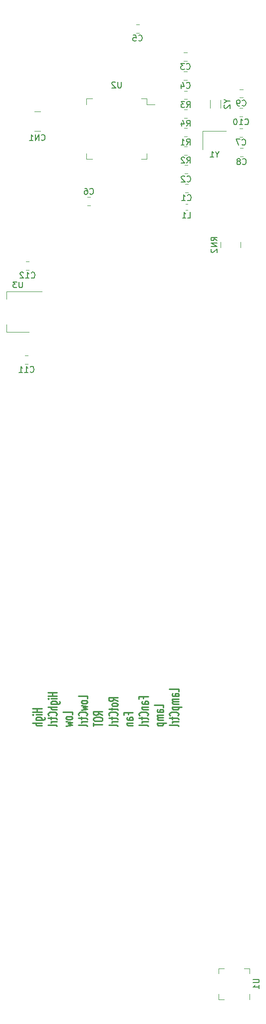
<source format=gbr>
G04 #@! TF.GenerationSoftware,KiCad,Pcbnew,5.1.5*
G04 #@! TF.CreationDate,2020-03-20T22:46:19-05:00*
G04 #@! TF.ProjectId,Reflow,5265666c-6f77-42e6-9b69-6361645f7063,rev?*
G04 #@! TF.SameCoordinates,Original*
G04 #@! TF.FileFunction,Legend,Bot*
G04 #@! TF.FilePolarity,Positive*
%FSLAX46Y46*%
G04 Gerber Fmt 4.6, Leading zero omitted, Abs format (unit mm)*
G04 Created by KiCad (PCBNEW 5.1.5) date 2020-03-20 22:46:19*
%MOMM*%
%LPD*%
G04 APERTURE LIST*
%ADD10C,0.250000*%
%ADD11C,0.120000*%
%ADD12C,0.150000*%
G04 APERTURE END LIST*
D10*
X182723690Y-182802261D02*
X181173690Y-182802261D01*
X181911785Y-182802261D02*
X181911785Y-183373690D01*
X182723690Y-183373690D02*
X181173690Y-183373690D01*
X182723690Y-183849880D02*
X181690357Y-183849880D01*
X181173690Y-183849880D02*
X181247500Y-183802261D01*
X181321309Y-183849880D01*
X181247500Y-183897500D01*
X181173690Y-183849880D01*
X181321309Y-183849880D01*
X181690357Y-184754642D02*
X182945119Y-184754642D01*
X183092738Y-184707023D01*
X183166547Y-184659404D01*
X183240357Y-184564166D01*
X183240357Y-184421309D01*
X183166547Y-184326071D01*
X182649880Y-184754642D02*
X182723690Y-184659404D01*
X182723690Y-184468928D01*
X182649880Y-184373690D01*
X182576071Y-184326071D01*
X182428452Y-184278452D01*
X181985595Y-184278452D01*
X181837976Y-184326071D01*
X181764166Y-184373690D01*
X181690357Y-184468928D01*
X181690357Y-184659404D01*
X181764166Y-184754642D01*
X182723690Y-185230833D02*
X181173690Y-185230833D01*
X182723690Y-185659404D02*
X181911785Y-185659404D01*
X181764166Y-185611785D01*
X181690357Y-185516547D01*
X181690357Y-185373690D01*
X181764166Y-185278452D01*
X181837976Y-185230833D01*
X185298690Y-180087976D02*
X183748690Y-180087976D01*
X184486785Y-180087976D02*
X184486785Y-180659404D01*
X185298690Y-180659404D02*
X183748690Y-180659404D01*
X185298690Y-181135595D02*
X184265357Y-181135595D01*
X183748690Y-181135595D02*
X183822500Y-181087976D01*
X183896309Y-181135595D01*
X183822500Y-181183214D01*
X183748690Y-181135595D01*
X183896309Y-181135595D01*
X184265357Y-182040357D02*
X185520119Y-182040357D01*
X185667738Y-181992738D01*
X185741547Y-181945119D01*
X185815357Y-181849880D01*
X185815357Y-181707023D01*
X185741547Y-181611785D01*
X185224880Y-182040357D02*
X185298690Y-181945119D01*
X185298690Y-181754642D01*
X185224880Y-181659404D01*
X185151071Y-181611785D01*
X185003452Y-181564166D01*
X184560595Y-181564166D01*
X184412976Y-181611785D01*
X184339166Y-181659404D01*
X184265357Y-181754642D01*
X184265357Y-181945119D01*
X184339166Y-182040357D01*
X185298690Y-182516547D02*
X183748690Y-182516547D01*
X185298690Y-182945119D02*
X184486785Y-182945119D01*
X184339166Y-182897500D01*
X184265357Y-182802261D01*
X184265357Y-182659404D01*
X184339166Y-182564166D01*
X184412976Y-182516547D01*
X185151071Y-183992738D02*
X185224880Y-183945119D01*
X185298690Y-183802261D01*
X185298690Y-183707023D01*
X185224880Y-183564166D01*
X185077261Y-183468928D01*
X184929642Y-183421309D01*
X184634404Y-183373690D01*
X184412976Y-183373690D01*
X184117738Y-183421309D01*
X183970119Y-183468928D01*
X183822500Y-183564166D01*
X183748690Y-183707023D01*
X183748690Y-183802261D01*
X183822500Y-183945119D01*
X183896309Y-183992738D01*
X184265357Y-184278452D02*
X184265357Y-184659404D01*
X183748690Y-184421309D02*
X185077261Y-184421309D01*
X185224880Y-184468928D01*
X185298690Y-184564166D01*
X185298690Y-184659404D01*
X185298690Y-184992738D02*
X184265357Y-184992738D01*
X184560595Y-184992738D02*
X184412976Y-185040357D01*
X184339166Y-185087976D01*
X184265357Y-185183214D01*
X184265357Y-185278452D01*
X185298690Y-185754642D02*
X185224880Y-185659404D01*
X185077261Y-185611785D01*
X183748690Y-185611785D01*
X187873690Y-183849880D02*
X187873690Y-183373690D01*
X186323690Y-183373690D01*
X187873690Y-184326071D02*
X187799880Y-184230833D01*
X187726071Y-184183214D01*
X187578452Y-184135595D01*
X187135595Y-184135595D01*
X186987976Y-184183214D01*
X186914166Y-184230833D01*
X186840357Y-184326071D01*
X186840357Y-184468928D01*
X186914166Y-184564166D01*
X186987976Y-184611785D01*
X187135595Y-184659404D01*
X187578452Y-184659404D01*
X187726071Y-184611785D01*
X187799880Y-184564166D01*
X187873690Y-184468928D01*
X187873690Y-184326071D01*
X186840357Y-184992738D02*
X187873690Y-185183214D01*
X187135595Y-185373690D01*
X187873690Y-185564166D01*
X186840357Y-185754642D01*
X190448690Y-181135595D02*
X190448690Y-180659404D01*
X188898690Y-180659404D01*
X190448690Y-181611785D02*
X190374880Y-181516547D01*
X190301071Y-181468928D01*
X190153452Y-181421309D01*
X189710595Y-181421309D01*
X189562976Y-181468928D01*
X189489166Y-181516547D01*
X189415357Y-181611785D01*
X189415357Y-181754642D01*
X189489166Y-181849880D01*
X189562976Y-181897500D01*
X189710595Y-181945119D01*
X190153452Y-181945119D01*
X190301071Y-181897500D01*
X190374880Y-181849880D01*
X190448690Y-181754642D01*
X190448690Y-181611785D01*
X189415357Y-182278452D02*
X190448690Y-182468928D01*
X189710595Y-182659404D01*
X190448690Y-182849880D01*
X189415357Y-183040357D01*
X190301071Y-183992738D02*
X190374880Y-183945119D01*
X190448690Y-183802261D01*
X190448690Y-183707023D01*
X190374880Y-183564166D01*
X190227261Y-183468928D01*
X190079642Y-183421309D01*
X189784404Y-183373690D01*
X189562976Y-183373690D01*
X189267738Y-183421309D01*
X189120119Y-183468928D01*
X188972500Y-183564166D01*
X188898690Y-183707023D01*
X188898690Y-183802261D01*
X188972500Y-183945119D01*
X189046309Y-183992738D01*
X189415357Y-184278452D02*
X189415357Y-184659404D01*
X188898690Y-184421309D02*
X190227261Y-184421309D01*
X190374880Y-184468928D01*
X190448690Y-184564166D01*
X190448690Y-184659404D01*
X190448690Y-184992738D02*
X189415357Y-184992738D01*
X189710595Y-184992738D02*
X189562976Y-185040357D01*
X189489166Y-185087976D01*
X189415357Y-185183214D01*
X189415357Y-185278452D01*
X190448690Y-185754642D02*
X190374880Y-185659404D01*
X190227261Y-185611785D01*
X188898690Y-185611785D01*
X193023690Y-183897500D02*
X192285595Y-183564166D01*
X193023690Y-183326071D02*
X191473690Y-183326071D01*
X191473690Y-183707023D01*
X191547500Y-183802261D01*
X191621309Y-183849880D01*
X191768928Y-183897500D01*
X191990357Y-183897500D01*
X192137976Y-183849880D01*
X192211785Y-183802261D01*
X192285595Y-183707023D01*
X192285595Y-183326071D01*
X191473690Y-184516547D02*
X191473690Y-184707023D01*
X191547500Y-184802261D01*
X191695119Y-184897500D01*
X191990357Y-184945119D01*
X192507023Y-184945119D01*
X192802261Y-184897500D01*
X192949880Y-184802261D01*
X193023690Y-184707023D01*
X193023690Y-184516547D01*
X192949880Y-184421309D01*
X192802261Y-184326071D01*
X192507023Y-184278452D01*
X191990357Y-184278452D01*
X191695119Y-184326071D01*
X191547500Y-184421309D01*
X191473690Y-184516547D01*
X191473690Y-185230833D02*
X191473690Y-185802261D01*
X193023690Y-185516547D02*
X191473690Y-185516547D01*
X195598690Y-181516547D02*
X194860595Y-181183214D01*
X195598690Y-180945119D02*
X194048690Y-180945119D01*
X194048690Y-181326071D01*
X194122500Y-181421309D01*
X194196309Y-181468928D01*
X194343928Y-181516547D01*
X194565357Y-181516547D01*
X194712976Y-181468928D01*
X194786785Y-181421309D01*
X194860595Y-181326071D01*
X194860595Y-180945119D01*
X195598690Y-182087976D02*
X195524880Y-181992738D01*
X195451071Y-181945119D01*
X195303452Y-181897500D01*
X194860595Y-181897500D01*
X194712976Y-181945119D01*
X194639166Y-181992738D01*
X194565357Y-182087976D01*
X194565357Y-182230833D01*
X194639166Y-182326071D01*
X194712976Y-182373690D01*
X194860595Y-182421309D01*
X195303452Y-182421309D01*
X195451071Y-182373690D01*
X195524880Y-182326071D01*
X195598690Y-182230833D01*
X195598690Y-182087976D01*
X194565357Y-182707023D02*
X194565357Y-183087976D01*
X194048690Y-182849880D02*
X195377261Y-182849880D01*
X195524880Y-182897500D01*
X195598690Y-182992738D01*
X195598690Y-183087976D01*
X195451071Y-183992738D02*
X195524880Y-183945119D01*
X195598690Y-183802261D01*
X195598690Y-183707023D01*
X195524880Y-183564166D01*
X195377261Y-183468928D01*
X195229642Y-183421309D01*
X194934404Y-183373690D01*
X194712976Y-183373690D01*
X194417738Y-183421309D01*
X194270119Y-183468928D01*
X194122500Y-183564166D01*
X194048690Y-183707023D01*
X194048690Y-183802261D01*
X194122500Y-183945119D01*
X194196309Y-183992738D01*
X194565357Y-184278452D02*
X194565357Y-184659404D01*
X194048690Y-184421309D02*
X195377261Y-184421309D01*
X195524880Y-184468928D01*
X195598690Y-184564166D01*
X195598690Y-184659404D01*
X195598690Y-184992738D02*
X194565357Y-184992738D01*
X194860595Y-184992738D02*
X194712976Y-185040357D01*
X194639166Y-185087976D01*
X194565357Y-185183214D01*
X194565357Y-185278452D01*
X195598690Y-185754642D02*
X195524880Y-185659404D01*
X195377261Y-185611785D01*
X194048690Y-185611785D01*
X197361785Y-183802261D02*
X197361785Y-183468928D01*
X198173690Y-183468928D02*
X196623690Y-183468928D01*
X196623690Y-183945119D01*
X198173690Y-184754642D02*
X197361785Y-184754642D01*
X197214166Y-184707023D01*
X197140357Y-184611785D01*
X197140357Y-184421309D01*
X197214166Y-184326071D01*
X198099880Y-184754642D02*
X198173690Y-184659404D01*
X198173690Y-184421309D01*
X198099880Y-184326071D01*
X197952261Y-184278452D01*
X197804642Y-184278452D01*
X197657023Y-184326071D01*
X197583214Y-184421309D01*
X197583214Y-184659404D01*
X197509404Y-184754642D01*
X197140357Y-185230833D02*
X198173690Y-185230833D01*
X197287976Y-185230833D02*
X197214166Y-185278452D01*
X197140357Y-185373690D01*
X197140357Y-185516547D01*
X197214166Y-185611785D01*
X197361785Y-185659404D01*
X198173690Y-185659404D01*
X199936785Y-181087976D02*
X199936785Y-180754642D01*
X200748690Y-180754642D02*
X199198690Y-180754642D01*
X199198690Y-181230833D01*
X200748690Y-182040357D02*
X199936785Y-182040357D01*
X199789166Y-181992738D01*
X199715357Y-181897500D01*
X199715357Y-181707023D01*
X199789166Y-181611785D01*
X200674880Y-182040357D02*
X200748690Y-181945119D01*
X200748690Y-181707023D01*
X200674880Y-181611785D01*
X200527261Y-181564166D01*
X200379642Y-181564166D01*
X200232023Y-181611785D01*
X200158214Y-181707023D01*
X200158214Y-181945119D01*
X200084404Y-182040357D01*
X199715357Y-182516547D02*
X200748690Y-182516547D01*
X199862976Y-182516547D02*
X199789166Y-182564166D01*
X199715357Y-182659404D01*
X199715357Y-182802261D01*
X199789166Y-182897500D01*
X199936785Y-182945119D01*
X200748690Y-182945119D01*
X200601071Y-183992738D02*
X200674880Y-183945119D01*
X200748690Y-183802261D01*
X200748690Y-183707023D01*
X200674880Y-183564166D01*
X200527261Y-183468928D01*
X200379642Y-183421309D01*
X200084404Y-183373690D01*
X199862976Y-183373690D01*
X199567738Y-183421309D01*
X199420119Y-183468928D01*
X199272500Y-183564166D01*
X199198690Y-183707023D01*
X199198690Y-183802261D01*
X199272500Y-183945119D01*
X199346309Y-183992738D01*
X199715357Y-184278452D02*
X199715357Y-184659404D01*
X199198690Y-184421309D02*
X200527261Y-184421309D01*
X200674880Y-184468928D01*
X200748690Y-184564166D01*
X200748690Y-184659404D01*
X200748690Y-184992738D02*
X199715357Y-184992738D01*
X200010595Y-184992738D02*
X199862976Y-185040357D01*
X199789166Y-185087976D01*
X199715357Y-185183214D01*
X199715357Y-185278452D01*
X200748690Y-185754642D02*
X200674880Y-185659404D01*
X200527261Y-185611785D01*
X199198690Y-185611785D01*
X203323690Y-182659404D02*
X203323690Y-182183214D01*
X201773690Y-182183214D01*
X203323690Y-183421309D02*
X202511785Y-183421309D01*
X202364166Y-183373690D01*
X202290357Y-183278452D01*
X202290357Y-183087976D01*
X202364166Y-182992738D01*
X203249880Y-183421309D02*
X203323690Y-183326071D01*
X203323690Y-183087976D01*
X203249880Y-182992738D01*
X203102261Y-182945119D01*
X202954642Y-182945119D01*
X202807023Y-182992738D01*
X202733214Y-183087976D01*
X202733214Y-183326071D01*
X202659404Y-183421309D01*
X203323690Y-183897500D02*
X202290357Y-183897500D01*
X202437976Y-183897500D02*
X202364166Y-183945119D01*
X202290357Y-184040357D01*
X202290357Y-184183214D01*
X202364166Y-184278452D01*
X202511785Y-184326071D01*
X203323690Y-184326071D01*
X202511785Y-184326071D02*
X202364166Y-184373690D01*
X202290357Y-184468928D01*
X202290357Y-184611785D01*
X202364166Y-184707023D01*
X202511785Y-184754642D01*
X203323690Y-184754642D01*
X202290357Y-185230833D02*
X203840357Y-185230833D01*
X202364166Y-185230833D02*
X202290357Y-185326071D01*
X202290357Y-185516547D01*
X202364166Y-185611785D01*
X202437976Y-185659404D01*
X202585595Y-185707023D01*
X203028452Y-185707023D01*
X203176071Y-185659404D01*
X203249880Y-185611785D01*
X203323690Y-185516547D01*
X203323690Y-185326071D01*
X203249880Y-185230833D01*
X205898690Y-179945119D02*
X205898690Y-179468928D01*
X204348690Y-179468928D01*
X205898690Y-180707023D02*
X205086785Y-180707023D01*
X204939166Y-180659404D01*
X204865357Y-180564166D01*
X204865357Y-180373690D01*
X204939166Y-180278452D01*
X205824880Y-180707023D02*
X205898690Y-180611785D01*
X205898690Y-180373690D01*
X205824880Y-180278452D01*
X205677261Y-180230833D01*
X205529642Y-180230833D01*
X205382023Y-180278452D01*
X205308214Y-180373690D01*
X205308214Y-180611785D01*
X205234404Y-180707023D01*
X205898690Y-181183214D02*
X204865357Y-181183214D01*
X205012976Y-181183214D02*
X204939166Y-181230833D01*
X204865357Y-181326071D01*
X204865357Y-181468928D01*
X204939166Y-181564166D01*
X205086785Y-181611785D01*
X205898690Y-181611785D01*
X205086785Y-181611785D02*
X204939166Y-181659404D01*
X204865357Y-181754642D01*
X204865357Y-181897500D01*
X204939166Y-181992738D01*
X205086785Y-182040357D01*
X205898690Y-182040357D01*
X204865357Y-182516547D02*
X206415357Y-182516547D01*
X204939166Y-182516547D02*
X204865357Y-182611785D01*
X204865357Y-182802261D01*
X204939166Y-182897500D01*
X205012976Y-182945119D01*
X205160595Y-182992738D01*
X205603452Y-182992738D01*
X205751071Y-182945119D01*
X205824880Y-182897500D01*
X205898690Y-182802261D01*
X205898690Y-182611785D01*
X205824880Y-182516547D01*
X205751071Y-183992738D02*
X205824880Y-183945119D01*
X205898690Y-183802261D01*
X205898690Y-183707023D01*
X205824880Y-183564166D01*
X205677261Y-183468928D01*
X205529642Y-183421309D01*
X205234404Y-183373690D01*
X205012976Y-183373690D01*
X204717738Y-183421309D01*
X204570119Y-183468928D01*
X204422500Y-183564166D01*
X204348690Y-183707023D01*
X204348690Y-183802261D01*
X204422500Y-183945119D01*
X204496309Y-183992738D01*
X204865357Y-184278452D02*
X204865357Y-184659404D01*
X204348690Y-184421309D02*
X205677261Y-184421309D01*
X205824880Y-184468928D01*
X205898690Y-184564166D01*
X205898690Y-184659404D01*
X205898690Y-184992738D02*
X204865357Y-184992738D01*
X205160595Y-184992738D02*
X205012976Y-185040357D01*
X204939166Y-185087976D01*
X204865357Y-185183214D01*
X204865357Y-185278452D01*
X205898690Y-185754642D02*
X205824880Y-185659404D01*
X205677261Y-185611785D01*
X204348690Y-185611785D01*
D11*
X207003922Y-95410000D02*
X207521078Y-95410000D01*
X207003922Y-93990000D02*
X207521078Y-93990000D01*
X206928922Y-92235000D02*
X207446078Y-92235000D01*
X206928922Y-90815000D02*
X207446078Y-90815000D01*
X206828922Y-71765000D02*
X207346078Y-71765000D01*
X206828922Y-73185000D02*
X207346078Y-73185000D01*
X206828922Y-74965000D02*
X207346078Y-74965000D01*
X206828922Y-76385000D02*
X207346078Y-76385000D01*
X198703922Y-66965000D02*
X199221078Y-66965000D01*
X198703922Y-68385000D02*
X199221078Y-68385000D01*
X190971078Y-97635000D02*
X190453922Y-97635000D01*
X190971078Y-96215000D02*
X190453922Y-96215000D01*
X216278922Y-86010000D02*
X216796078Y-86010000D01*
X216278922Y-84590000D02*
X216796078Y-84590000D01*
X216353922Y-89310000D02*
X216871078Y-89310000D01*
X216353922Y-87890000D02*
X216871078Y-87890000D01*
X216303922Y-79385000D02*
X216821078Y-79385000D01*
X216303922Y-77965000D02*
X216821078Y-77965000D01*
X216278922Y-81140000D02*
X216796078Y-81140000D01*
X216278922Y-82560000D02*
X216796078Y-82560000D01*
X179866422Y-124485000D02*
X180383578Y-124485000D01*
X179866422Y-123065000D02*
X180383578Y-123065000D01*
X180028922Y-107115000D02*
X180546078Y-107115000D01*
X180028922Y-108535000D02*
X180546078Y-108535000D01*
X182475000Y-85055000D02*
X181475000Y-85055000D01*
X182475000Y-81695000D02*
X181475000Y-81695000D01*
X207112221Y-98385000D02*
X207437779Y-98385000D01*
X207112221Y-97365000D02*
X207437779Y-97365000D01*
X206853922Y-84540000D02*
X207371078Y-84540000D01*
X206853922Y-85960000D02*
X207371078Y-85960000D01*
X206903922Y-89060000D02*
X207421078Y-89060000D01*
X206903922Y-87640000D02*
X207421078Y-87640000D01*
X206878922Y-79635000D02*
X207396078Y-79635000D01*
X206878922Y-78215000D02*
X207396078Y-78215000D01*
X206853922Y-81390000D02*
X207371078Y-81390000D01*
X206853922Y-82810000D02*
X207371078Y-82810000D01*
X213095000Y-104775000D02*
X213095000Y-103775000D01*
X216455000Y-104775000D02*
X216455000Y-103775000D01*
X217950000Y-227720000D02*
X217950000Y-226820000D01*
X217950000Y-226820000D02*
X217050000Y-226820000D01*
X212730000Y-231140000D02*
X212730000Y-232040000D01*
X212730000Y-232040000D02*
X213630000Y-232040000D01*
X212730000Y-227720000D02*
X212730000Y-226820000D01*
X212730000Y-226820000D02*
X213630000Y-226820000D01*
X217950000Y-231140000D02*
X217950000Y-232040000D01*
X191265000Y-89760000D02*
X190315000Y-89760000D01*
X190315000Y-89760000D02*
X190315000Y-88810000D01*
X199585000Y-89760000D02*
X200535000Y-89760000D01*
X200535000Y-89760000D02*
X200535000Y-88810000D01*
X191265000Y-79540000D02*
X190315000Y-79540000D01*
X190315000Y-79540000D02*
X190315000Y-80490000D01*
X199585000Y-79540000D02*
X200535000Y-79540000D01*
X200535000Y-79540000D02*
X200535000Y-80490000D01*
X200535000Y-80490000D02*
X201875000Y-80490000D01*
X176765000Y-119010000D02*
X176765000Y-117750000D01*
X176765000Y-112190000D02*
X176765000Y-113450000D01*
X180525000Y-119010000D02*
X176765000Y-119010000D01*
X182775000Y-112190000D02*
X176765000Y-112190000D01*
X210025000Y-88125000D02*
X210025000Y-84975000D01*
X210025000Y-84975000D02*
X214025000Y-84975000D01*
X211300000Y-81125000D02*
X211300000Y-79775000D01*
X213050000Y-81125000D02*
X213050000Y-79775000D01*
D12*
X207429166Y-96707142D02*
X207476785Y-96754761D01*
X207619642Y-96802380D01*
X207714880Y-96802380D01*
X207857738Y-96754761D01*
X207952976Y-96659523D01*
X208000595Y-96564285D01*
X208048214Y-96373809D01*
X208048214Y-96230952D01*
X208000595Y-96040476D01*
X207952976Y-95945238D01*
X207857738Y-95850000D01*
X207714880Y-95802380D01*
X207619642Y-95802380D01*
X207476785Y-95850000D01*
X207429166Y-95897619D01*
X206476785Y-96802380D02*
X207048214Y-96802380D01*
X206762500Y-96802380D02*
X206762500Y-95802380D01*
X206857738Y-95945238D01*
X206952976Y-96040476D01*
X207048214Y-96088095D01*
X207354166Y-93532142D02*
X207401785Y-93579761D01*
X207544642Y-93627380D01*
X207639880Y-93627380D01*
X207782738Y-93579761D01*
X207877976Y-93484523D01*
X207925595Y-93389285D01*
X207973214Y-93198809D01*
X207973214Y-93055952D01*
X207925595Y-92865476D01*
X207877976Y-92770238D01*
X207782738Y-92675000D01*
X207639880Y-92627380D01*
X207544642Y-92627380D01*
X207401785Y-92675000D01*
X207354166Y-92722619D01*
X206973214Y-92722619D02*
X206925595Y-92675000D01*
X206830357Y-92627380D01*
X206592261Y-92627380D01*
X206497023Y-92675000D01*
X206449404Y-92722619D01*
X206401785Y-92817857D01*
X206401785Y-92913095D01*
X206449404Y-93055952D01*
X207020833Y-93627380D01*
X206401785Y-93627380D01*
X207254166Y-74482142D02*
X207301785Y-74529761D01*
X207444642Y-74577380D01*
X207539880Y-74577380D01*
X207682738Y-74529761D01*
X207777976Y-74434523D01*
X207825595Y-74339285D01*
X207873214Y-74148809D01*
X207873214Y-74005952D01*
X207825595Y-73815476D01*
X207777976Y-73720238D01*
X207682738Y-73625000D01*
X207539880Y-73577380D01*
X207444642Y-73577380D01*
X207301785Y-73625000D01*
X207254166Y-73672619D01*
X206920833Y-73577380D02*
X206301785Y-73577380D01*
X206635119Y-73958333D01*
X206492261Y-73958333D01*
X206397023Y-74005952D01*
X206349404Y-74053571D01*
X206301785Y-74148809D01*
X206301785Y-74386904D01*
X206349404Y-74482142D01*
X206397023Y-74529761D01*
X206492261Y-74577380D01*
X206777976Y-74577380D01*
X206873214Y-74529761D01*
X206920833Y-74482142D01*
X207254166Y-77682142D02*
X207301785Y-77729761D01*
X207444642Y-77777380D01*
X207539880Y-77777380D01*
X207682738Y-77729761D01*
X207777976Y-77634523D01*
X207825595Y-77539285D01*
X207873214Y-77348809D01*
X207873214Y-77205952D01*
X207825595Y-77015476D01*
X207777976Y-76920238D01*
X207682738Y-76825000D01*
X207539880Y-76777380D01*
X207444642Y-76777380D01*
X207301785Y-76825000D01*
X207254166Y-76872619D01*
X206397023Y-77110714D02*
X206397023Y-77777380D01*
X206635119Y-76729761D02*
X206873214Y-77444047D01*
X206254166Y-77444047D01*
X199129166Y-69682142D02*
X199176785Y-69729761D01*
X199319642Y-69777380D01*
X199414880Y-69777380D01*
X199557738Y-69729761D01*
X199652976Y-69634523D01*
X199700595Y-69539285D01*
X199748214Y-69348809D01*
X199748214Y-69205952D01*
X199700595Y-69015476D01*
X199652976Y-68920238D01*
X199557738Y-68825000D01*
X199414880Y-68777380D01*
X199319642Y-68777380D01*
X199176785Y-68825000D01*
X199129166Y-68872619D01*
X198224404Y-68777380D02*
X198700595Y-68777380D01*
X198748214Y-69253571D01*
X198700595Y-69205952D01*
X198605357Y-69158333D01*
X198367261Y-69158333D01*
X198272023Y-69205952D01*
X198224404Y-69253571D01*
X198176785Y-69348809D01*
X198176785Y-69586904D01*
X198224404Y-69682142D01*
X198272023Y-69729761D01*
X198367261Y-69777380D01*
X198605357Y-69777380D01*
X198700595Y-69729761D01*
X198748214Y-69682142D01*
X190879166Y-95632142D02*
X190926785Y-95679761D01*
X191069642Y-95727380D01*
X191164880Y-95727380D01*
X191307738Y-95679761D01*
X191402976Y-95584523D01*
X191450595Y-95489285D01*
X191498214Y-95298809D01*
X191498214Y-95155952D01*
X191450595Y-94965476D01*
X191402976Y-94870238D01*
X191307738Y-94775000D01*
X191164880Y-94727380D01*
X191069642Y-94727380D01*
X190926785Y-94775000D01*
X190879166Y-94822619D01*
X190022023Y-94727380D02*
X190212500Y-94727380D01*
X190307738Y-94775000D01*
X190355357Y-94822619D01*
X190450595Y-94965476D01*
X190498214Y-95155952D01*
X190498214Y-95536904D01*
X190450595Y-95632142D01*
X190402976Y-95679761D01*
X190307738Y-95727380D01*
X190117261Y-95727380D01*
X190022023Y-95679761D01*
X189974404Y-95632142D01*
X189926785Y-95536904D01*
X189926785Y-95298809D01*
X189974404Y-95203571D01*
X190022023Y-95155952D01*
X190117261Y-95108333D01*
X190307738Y-95108333D01*
X190402976Y-95155952D01*
X190450595Y-95203571D01*
X190498214Y-95298809D01*
X216704166Y-87307142D02*
X216751785Y-87354761D01*
X216894642Y-87402380D01*
X216989880Y-87402380D01*
X217132738Y-87354761D01*
X217227976Y-87259523D01*
X217275595Y-87164285D01*
X217323214Y-86973809D01*
X217323214Y-86830952D01*
X217275595Y-86640476D01*
X217227976Y-86545238D01*
X217132738Y-86450000D01*
X216989880Y-86402380D01*
X216894642Y-86402380D01*
X216751785Y-86450000D01*
X216704166Y-86497619D01*
X216370833Y-86402380D02*
X215704166Y-86402380D01*
X216132738Y-87402380D01*
X216779166Y-90607142D02*
X216826785Y-90654761D01*
X216969642Y-90702380D01*
X217064880Y-90702380D01*
X217207738Y-90654761D01*
X217302976Y-90559523D01*
X217350595Y-90464285D01*
X217398214Y-90273809D01*
X217398214Y-90130952D01*
X217350595Y-89940476D01*
X217302976Y-89845238D01*
X217207738Y-89750000D01*
X217064880Y-89702380D01*
X216969642Y-89702380D01*
X216826785Y-89750000D01*
X216779166Y-89797619D01*
X216207738Y-90130952D02*
X216302976Y-90083333D01*
X216350595Y-90035714D01*
X216398214Y-89940476D01*
X216398214Y-89892857D01*
X216350595Y-89797619D01*
X216302976Y-89750000D01*
X216207738Y-89702380D01*
X216017261Y-89702380D01*
X215922023Y-89750000D01*
X215874404Y-89797619D01*
X215826785Y-89892857D01*
X215826785Y-89940476D01*
X215874404Y-90035714D01*
X215922023Y-90083333D01*
X216017261Y-90130952D01*
X216207738Y-90130952D01*
X216302976Y-90178571D01*
X216350595Y-90226190D01*
X216398214Y-90321428D01*
X216398214Y-90511904D01*
X216350595Y-90607142D01*
X216302976Y-90654761D01*
X216207738Y-90702380D01*
X216017261Y-90702380D01*
X215922023Y-90654761D01*
X215874404Y-90607142D01*
X215826785Y-90511904D01*
X215826785Y-90321428D01*
X215874404Y-90226190D01*
X215922023Y-90178571D01*
X216017261Y-90130952D01*
X216729166Y-80682142D02*
X216776785Y-80729761D01*
X216919642Y-80777380D01*
X217014880Y-80777380D01*
X217157738Y-80729761D01*
X217252976Y-80634523D01*
X217300595Y-80539285D01*
X217348214Y-80348809D01*
X217348214Y-80205952D01*
X217300595Y-80015476D01*
X217252976Y-79920238D01*
X217157738Y-79825000D01*
X217014880Y-79777380D01*
X216919642Y-79777380D01*
X216776785Y-79825000D01*
X216729166Y-79872619D01*
X216252976Y-80777380D02*
X216062500Y-80777380D01*
X215967261Y-80729761D01*
X215919642Y-80682142D01*
X215824404Y-80539285D01*
X215776785Y-80348809D01*
X215776785Y-79967857D01*
X215824404Y-79872619D01*
X215872023Y-79825000D01*
X215967261Y-79777380D01*
X216157738Y-79777380D01*
X216252976Y-79825000D01*
X216300595Y-79872619D01*
X216348214Y-79967857D01*
X216348214Y-80205952D01*
X216300595Y-80301190D01*
X216252976Y-80348809D01*
X216157738Y-80396428D01*
X215967261Y-80396428D01*
X215872023Y-80348809D01*
X215824404Y-80301190D01*
X215776785Y-80205952D01*
X217180357Y-83857142D02*
X217227976Y-83904761D01*
X217370833Y-83952380D01*
X217466071Y-83952380D01*
X217608928Y-83904761D01*
X217704166Y-83809523D01*
X217751785Y-83714285D01*
X217799404Y-83523809D01*
X217799404Y-83380952D01*
X217751785Y-83190476D01*
X217704166Y-83095238D01*
X217608928Y-83000000D01*
X217466071Y-82952380D01*
X217370833Y-82952380D01*
X217227976Y-83000000D01*
X217180357Y-83047619D01*
X216227976Y-83952380D02*
X216799404Y-83952380D01*
X216513690Y-83952380D02*
X216513690Y-82952380D01*
X216608928Y-83095238D01*
X216704166Y-83190476D01*
X216799404Y-83238095D01*
X215608928Y-82952380D02*
X215513690Y-82952380D01*
X215418452Y-83000000D01*
X215370833Y-83047619D01*
X215323214Y-83142857D01*
X215275595Y-83333333D01*
X215275595Y-83571428D01*
X215323214Y-83761904D01*
X215370833Y-83857142D01*
X215418452Y-83904761D01*
X215513690Y-83952380D01*
X215608928Y-83952380D01*
X215704166Y-83904761D01*
X215751785Y-83857142D01*
X215799404Y-83761904D01*
X215847023Y-83571428D01*
X215847023Y-83333333D01*
X215799404Y-83142857D01*
X215751785Y-83047619D01*
X215704166Y-83000000D01*
X215608928Y-82952380D01*
X180767857Y-125782142D02*
X180815476Y-125829761D01*
X180958333Y-125877380D01*
X181053571Y-125877380D01*
X181196428Y-125829761D01*
X181291666Y-125734523D01*
X181339285Y-125639285D01*
X181386904Y-125448809D01*
X181386904Y-125305952D01*
X181339285Y-125115476D01*
X181291666Y-125020238D01*
X181196428Y-124925000D01*
X181053571Y-124877380D01*
X180958333Y-124877380D01*
X180815476Y-124925000D01*
X180767857Y-124972619D01*
X179815476Y-125877380D02*
X180386904Y-125877380D01*
X180101190Y-125877380D02*
X180101190Y-124877380D01*
X180196428Y-125020238D01*
X180291666Y-125115476D01*
X180386904Y-125163095D01*
X178863095Y-125877380D02*
X179434523Y-125877380D01*
X179148809Y-125877380D02*
X179148809Y-124877380D01*
X179244047Y-125020238D01*
X179339285Y-125115476D01*
X179434523Y-125163095D01*
X180930357Y-109832142D02*
X180977976Y-109879761D01*
X181120833Y-109927380D01*
X181216071Y-109927380D01*
X181358928Y-109879761D01*
X181454166Y-109784523D01*
X181501785Y-109689285D01*
X181549404Y-109498809D01*
X181549404Y-109355952D01*
X181501785Y-109165476D01*
X181454166Y-109070238D01*
X181358928Y-108975000D01*
X181216071Y-108927380D01*
X181120833Y-108927380D01*
X180977976Y-108975000D01*
X180930357Y-109022619D01*
X179977976Y-109927380D02*
X180549404Y-109927380D01*
X180263690Y-109927380D02*
X180263690Y-108927380D01*
X180358928Y-109070238D01*
X180454166Y-109165476D01*
X180549404Y-109213095D01*
X179597023Y-109022619D02*
X179549404Y-108975000D01*
X179454166Y-108927380D01*
X179216071Y-108927380D01*
X179120833Y-108975000D01*
X179073214Y-109022619D01*
X179025595Y-109117857D01*
X179025595Y-109213095D01*
X179073214Y-109355952D01*
X179644642Y-109927380D01*
X179025595Y-109927380D01*
X182665476Y-86532142D02*
X182713095Y-86579761D01*
X182855952Y-86627380D01*
X182951190Y-86627380D01*
X183094047Y-86579761D01*
X183189285Y-86484523D01*
X183236904Y-86389285D01*
X183284523Y-86198809D01*
X183284523Y-86055952D01*
X183236904Y-85865476D01*
X183189285Y-85770238D01*
X183094047Y-85675000D01*
X182951190Y-85627380D01*
X182855952Y-85627380D01*
X182713095Y-85675000D01*
X182665476Y-85722619D01*
X182236904Y-86627380D02*
X182236904Y-85627380D01*
X181665476Y-86627380D01*
X181665476Y-85627380D01*
X180665476Y-86627380D02*
X181236904Y-86627380D01*
X180951190Y-86627380D02*
X180951190Y-85627380D01*
X181046428Y-85770238D01*
X181141666Y-85865476D01*
X181236904Y-85913095D01*
X207441666Y-99757380D02*
X207917857Y-99757380D01*
X207917857Y-98757380D01*
X206584523Y-99757380D02*
X207155952Y-99757380D01*
X206870238Y-99757380D02*
X206870238Y-98757380D01*
X206965476Y-98900238D01*
X207060714Y-98995476D01*
X207155952Y-99043095D01*
X207279166Y-87352380D02*
X207612500Y-86876190D01*
X207850595Y-87352380D02*
X207850595Y-86352380D01*
X207469642Y-86352380D01*
X207374404Y-86400000D01*
X207326785Y-86447619D01*
X207279166Y-86542857D01*
X207279166Y-86685714D01*
X207326785Y-86780952D01*
X207374404Y-86828571D01*
X207469642Y-86876190D01*
X207850595Y-86876190D01*
X206326785Y-87352380D02*
X206898214Y-87352380D01*
X206612500Y-87352380D02*
X206612500Y-86352380D01*
X206707738Y-86495238D01*
X206802976Y-86590476D01*
X206898214Y-86638095D01*
X207329166Y-90452380D02*
X207662500Y-89976190D01*
X207900595Y-90452380D02*
X207900595Y-89452380D01*
X207519642Y-89452380D01*
X207424404Y-89500000D01*
X207376785Y-89547619D01*
X207329166Y-89642857D01*
X207329166Y-89785714D01*
X207376785Y-89880952D01*
X207424404Y-89928571D01*
X207519642Y-89976190D01*
X207900595Y-89976190D01*
X206948214Y-89547619D02*
X206900595Y-89500000D01*
X206805357Y-89452380D01*
X206567261Y-89452380D01*
X206472023Y-89500000D01*
X206424404Y-89547619D01*
X206376785Y-89642857D01*
X206376785Y-89738095D01*
X206424404Y-89880952D01*
X206995833Y-90452380D01*
X206376785Y-90452380D01*
X207304166Y-81027380D02*
X207637500Y-80551190D01*
X207875595Y-81027380D02*
X207875595Y-80027380D01*
X207494642Y-80027380D01*
X207399404Y-80075000D01*
X207351785Y-80122619D01*
X207304166Y-80217857D01*
X207304166Y-80360714D01*
X207351785Y-80455952D01*
X207399404Y-80503571D01*
X207494642Y-80551190D01*
X207875595Y-80551190D01*
X206970833Y-80027380D02*
X206351785Y-80027380D01*
X206685119Y-80408333D01*
X206542261Y-80408333D01*
X206447023Y-80455952D01*
X206399404Y-80503571D01*
X206351785Y-80598809D01*
X206351785Y-80836904D01*
X206399404Y-80932142D01*
X206447023Y-80979761D01*
X206542261Y-81027380D01*
X206827976Y-81027380D01*
X206923214Y-80979761D01*
X206970833Y-80932142D01*
X207279166Y-84202380D02*
X207612500Y-83726190D01*
X207850595Y-84202380D02*
X207850595Y-83202380D01*
X207469642Y-83202380D01*
X207374404Y-83250000D01*
X207326785Y-83297619D01*
X207279166Y-83392857D01*
X207279166Y-83535714D01*
X207326785Y-83630952D01*
X207374404Y-83678571D01*
X207469642Y-83726190D01*
X207850595Y-83726190D01*
X206422023Y-83535714D02*
X206422023Y-84202380D01*
X206660119Y-83154761D02*
X206898214Y-83869047D01*
X206279166Y-83869047D01*
X212427380Y-103584523D02*
X211951190Y-103251190D01*
X212427380Y-103013095D02*
X211427380Y-103013095D01*
X211427380Y-103394047D01*
X211475000Y-103489285D01*
X211522619Y-103536904D01*
X211617857Y-103584523D01*
X211760714Y-103584523D01*
X211855952Y-103536904D01*
X211903571Y-103489285D01*
X211951190Y-103394047D01*
X211951190Y-103013095D01*
X212427380Y-104013095D02*
X211427380Y-104013095D01*
X212427380Y-104584523D01*
X211427380Y-104584523D01*
X211522619Y-105013095D02*
X211475000Y-105060714D01*
X211427380Y-105155952D01*
X211427380Y-105394047D01*
X211475000Y-105489285D01*
X211522619Y-105536904D01*
X211617857Y-105584523D01*
X211713095Y-105584523D01*
X211855952Y-105536904D01*
X212427380Y-104965476D01*
X212427380Y-105584523D01*
X218592380Y-228668095D02*
X219401904Y-228668095D01*
X219497142Y-228715714D01*
X219544761Y-228763333D01*
X219592380Y-228858571D01*
X219592380Y-229049047D01*
X219544761Y-229144285D01*
X219497142Y-229191904D01*
X219401904Y-229239523D01*
X218592380Y-229239523D01*
X219592380Y-230239523D02*
X219592380Y-229668095D01*
X219592380Y-229953809D02*
X218592380Y-229953809D01*
X218735238Y-229858571D01*
X218830476Y-229763333D01*
X218878095Y-229668095D01*
X196186904Y-76702380D02*
X196186904Y-77511904D01*
X196139285Y-77607142D01*
X196091666Y-77654761D01*
X195996428Y-77702380D01*
X195805952Y-77702380D01*
X195710714Y-77654761D01*
X195663095Y-77607142D01*
X195615476Y-77511904D01*
X195615476Y-76702380D01*
X195186904Y-76797619D02*
X195139285Y-76750000D01*
X195044047Y-76702380D01*
X194805952Y-76702380D01*
X194710714Y-76750000D01*
X194663095Y-76797619D01*
X194615476Y-76892857D01*
X194615476Y-76988095D01*
X194663095Y-77130952D01*
X195234523Y-77702380D01*
X194615476Y-77702380D01*
X179436904Y-110552380D02*
X179436904Y-111361904D01*
X179389285Y-111457142D01*
X179341666Y-111504761D01*
X179246428Y-111552380D01*
X179055952Y-111552380D01*
X178960714Y-111504761D01*
X178913095Y-111457142D01*
X178865476Y-111361904D01*
X178865476Y-110552380D01*
X178484523Y-110552380D02*
X177865476Y-110552380D01*
X178198809Y-110933333D01*
X178055952Y-110933333D01*
X177960714Y-110980952D01*
X177913095Y-111028571D01*
X177865476Y-111123809D01*
X177865476Y-111361904D01*
X177913095Y-111457142D01*
X177960714Y-111504761D01*
X178055952Y-111552380D01*
X178341666Y-111552380D01*
X178436904Y-111504761D01*
X178484523Y-111457142D01*
X212501190Y-88976190D02*
X212501190Y-89452380D01*
X212834523Y-88452380D02*
X212501190Y-88976190D01*
X212167857Y-88452380D01*
X211310714Y-89452380D02*
X211882142Y-89452380D01*
X211596428Y-89452380D02*
X211596428Y-88452380D01*
X211691666Y-88595238D01*
X211786904Y-88690476D01*
X211882142Y-88738095D01*
X214151190Y-79973809D02*
X214627380Y-79973809D01*
X213627380Y-79640476D02*
X214151190Y-79973809D01*
X213627380Y-80307142D01*
X213722619Y-80592857D02*
X213675000Y-80640476D01*
X213627380Y-80735714D01*
X213627380Y-80973809D01*
X213675000Y-81069047D01*
X213722619Y-81116666D01*
X213817857Y-81164285D01*
X213913095Y-81164285D01*
X214055952Y-81116666D01*
X214627380Y-80545238D01*
X214627380Y-81164285D01*
M02*

</source>
